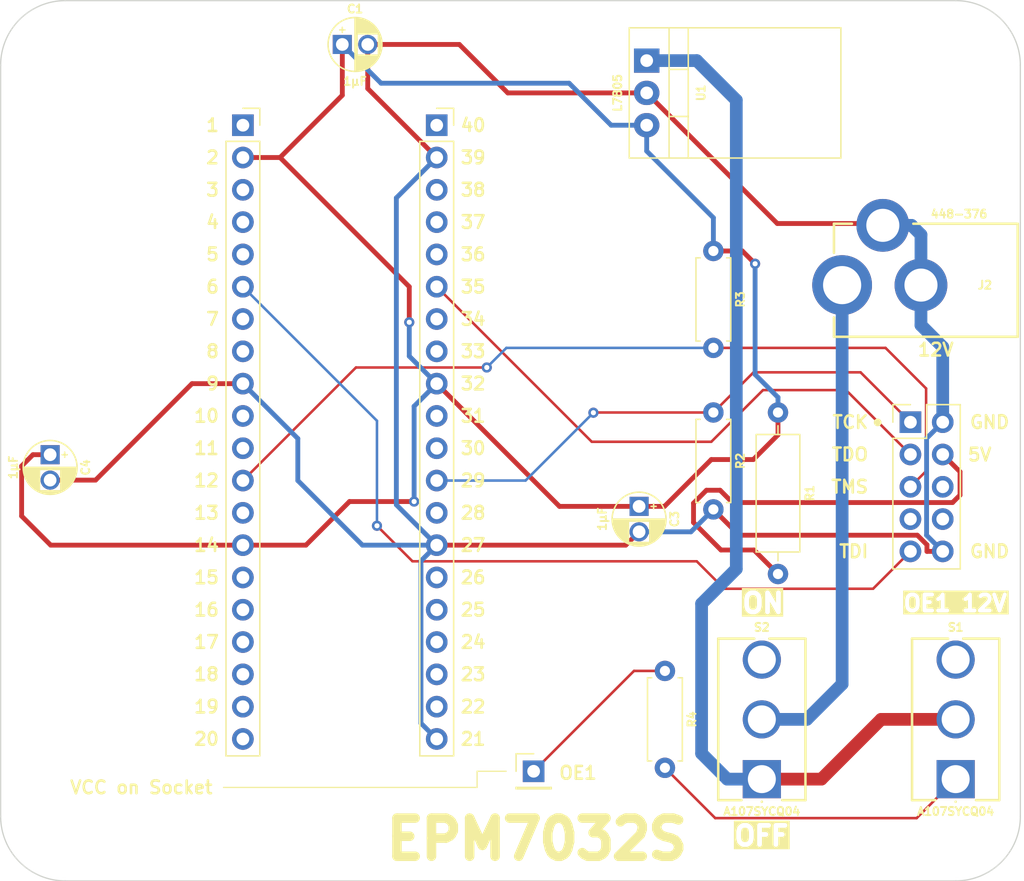
<source format=kicad_pcb>
(kicad_pcb (version 20241229) (generator "pcbnew") (generator_version "9.0")
  (title_block (title "EPM7160S") (date "2025-02-06") (rev "V1"))
  (layers (0 "F.Cu" signal) (2 "B.Cu" signal) (5 "F.SilkS" user "F.Silkscreen") (7 "B.SilkS" user "B.Silkscreen") (1 "F.Mask" user) (3 "B.Mask" user) (25 "Edge.Cuts" user))
  (net 0 "")
  (net 2 "/GND")
  (net 3 "/TMS")
  (net 4 "/TDO")
  (net 5 "/TDI")
  (net 6 "/TCK")
  (net 7 "/INPUT{slash}OE1")
  (net 10 "/5V")
  (net 11 "/12V Socket")
  (net 14 "Net-(J3-Pin_4)")
  (net 16 "/12V")
  (net 17 "Net-(S1-P1)")
  (footprint "SamacSys_Parts:CP_Radial_D4.0mm_P2.00mm" (layer "F.Cu") (at 10.356 -24.13)
    (property "Reference" "C1" (at 1 -2.794 0) (layer "F.SilkS") (effects (font (size 0.635 0.635))))
    (property "Value" "1μF" (at 1 2.8956 0) (layer "F.SilkS") (effects (font (size 0.635 0.635))))
    (pad "1" thru_hole rect (at 0 0) (size 1.5 1.5) (drill 1) (layers "*.Cu" "*.Mask") (net 10 "/5V"))
    (pad "2" thru_hole circle (at 2 0) (size 1.5 1.5) (drill 1) (layers "*.Cu" "*.Mask") (net 2 "/GND"))
  )
  (footprint "Resistor_THT:R_Axial_DIN0207_L6.3mm_D2.5mm_P7.62mm_Horizontal" (layer "F.Cu") (at 35.724 32.749 90)
    (property "Reference" "R4" (at 3.81 2.122 90) (layer "F.SilkS") (effects (font (size 0.635 0.635))))
    (property "Value" "2.2K")
    (pad "1" thru_hole circle (at 0 0 90) (size 1.6 1.6) (drill 0.8) (layers "*.Cu" "*.Mask") (net 17 "Net-(S1-P1)"))
    (pad "2" thru_hole circle (at 7.62 0 90) (size 1.6 1.6) (drill 0.8) (layers "*.Cu" "*.Mask") (net 7 "/INPUT{slash}OE1"))
  )
  (footprint "SamacSys_Parts:448376" (layer "F.Cu") (at 60.8838 -5.207)
    (property "Reference" "J2" (at 0 0 0) (layer "F.SilkS") (effects (font (size 0.635 0.635) (thickness 0.15) (bold yes))))
    (property "Value" "448-376" (at -2.032 -5.588 0) (layer "F.SilkS") (effects (font (size 0.635 0.635))))
    (pad "INNER" thru_hole circle (at -11.2268 0) (size 4.7 4.7) (drill 3) (layers "*.Cu" "*.Mask") (net 11 "/12V Socket"))
    (pad "SHL1" thru_hole circle (at -8.0268 -4.7) (size 4.15 4.15) (drill 2.6) (layers "*.Cu" "*.Mask") (net 2 "/GND"))
    (pad "SHL2" thru_hole circle (at -5.0268 0) (size 4.15 4.15) (drill 2.6) (layers "*.Cu" "*.Mask") (net 2 "/GND"))
  )
  (footprint "SamacSys_Parts:A107SYCQ04" (layer "F.Cu") (at 43.344 33.638)
    (property "Reference" "S2" (at 0 -11.938 0) (layer "F.SilkS") (effects (font (size 0.635 0.635) (thickness 0.15) (bold yes))))
    (property "Value" "A107SYCQ04" (at 0 2.54 0) (layer "F.SilkS") (effects (font (size 0.635 0.635))))
    (pad "1" thru_hole rect (at 0 0) (size 3 3) (drill 2.2) (layers "*.Cu" "*.Mask") (net 16 "/12V"))
    (pad "2" thru_hole circle (at 0 -4.699) (size 3 3) (drill 2.2) (layers "*.Cu" "*.Mask") (net 11 "/12V Socket"))
    (pad "3" thru_hole circle (at 0 -9.398) (size 3 3) (drill 2.2) (layers "*.Cu" "*.Mask"))
  )
  (footprint "SamacSys_Parts:TO-220-3_Vertical" (layer "F.Cu") (at 34.29 -22.86 -90)
    (property "Reference" "U1" (at 2.54 -4.27 270) (layer "F.SilkS") (effects (font (size 0.635 0.635) (thickness 0.15) (bold yes))))
    (property "Value" "L7805" (at 2.54 2.286 270) (layer "F.SilkS") (effects (font (size 0.635 0.635))))
    (pad "1" thru_hole rect (at 0 0 270) (size 1.905 2) (drill 1) (layers "*.Cu" "*.Mask") (net 16 "/12V"))
    (pad "2" thru_hole oval (at 2.54 0 270) (size 1.905 2) (drill 1) (layers "*.Cu" "*.Mask") (net 2 "/GND"))
    (pad "3" thru_hole oval (at 5.08 0 270) (size 1.905 2) (drill 1) (layers "*.Cu" "*.Mask") (net 10 "/5V"))
  )
  (footprint "Resistor_THT:R_Axial_DIN0309_L9.0mm_D3.2mm_P12.70mm_Horizontal" (layer "F.Cu") (at 44.614 17.509 90)
    (property "Reference" "R1" (at 6.35 2.503 90) (layer "F.SilkS") (effects (font (size 0.635 0.635))))
    (property "Value" "220")
    (pad "1" thru_hole circle (at 0 0 90) (size 1.6 1.6) (drill 0.8) (layers "*.Cu" "*.Mask") (net 14 "Net-(J3-Pin_4)"))
    (pad "2" thru_hole circle (at 12.7 0 90) (size 1.6 1.6) (drill 0.8) (layers "*.Cu" "*.Mask") (net 10 "/5V"))
  )
  (footprint "Connector_PinSocket_2.54mm:PinSocket_1x20_P2.54mm_Vertical" (layer "F.Cu") (at 2.54 -17.78)
    (property "Reference" "J1" (hide yes))
    (property "Value" "Conn_01x20_Socket")
    (pad "1" thru_hole rect (at 0 0) (size 1.7 1.7) (drill 1) (layers "*.Cu" "*.Mask"))
    (pad "2" thru_hole circle (at 0 2.54) (size 1.7 1.7) (drill 1) (layers "*.Cu" "*.Mask") (net 10 "/5V"))
    (pad "3" thru_hole circle (at 0 5.08) (size 1.7 1.7) (drill 1) (layers "*.Cu" "*.Mask"))
    (pad "4" thru_hole circle (at 0 7.62) (size 1.7 1.7) (drill 1) (layers "*.Cu" "*.Mask"))
    (pad "5" thru_hole circle (at 0 10.16) (size 1.7 1.7) (drill 1) (layers "*.Cu" "*.Mask"))
    (pad "6" thru_hole circle (at 0 12.7) (size 1.7 1.7) (drill 1) (layers "*.Cu" "*.Mask") (net 5 "/TDI"))
    (pad "7" thru_hole circle (at 0 15.24) (size 1.7 1.7) (drill 1) (layers "*.Cu" "*.Mask"))
    (pad "8" thru_hole circle (at 0 17.78) (size 1.7 1.7) (drill 1) (layers "*.Cu" "*.Mask"))
    (pad "9" thru_hole circle (at 0 20.32) (size 1.7 1.7) (drill 1) (layers "*.Cu" "*.Mask") (net 2 "/GND"))
    (pad "10" thru_hole circle (at 0 22.86) (size 1.7 1.7) (drill 1) (layers "*.Cu" "*.Mask"))
    (pad "11" thru_hole circle (at 0 25.4) (size 1.7 1.7) (drill 1) (layers "*.Cu" "*.Mask"))
    (pad "12" thru_hole circle (at 0 27.94) (size 1.7 1.7) (drill 1) (layers "*.Cu" "*.Mask") (net 3 "/TMS"))
    (pad "13" thru_hole circle (at 0 30.48) (size 1.7 1.7) (drill 1) (layers "*.Cu" "*.Mask"))
    (pad "14" thru_hole circle (at 0 33.02) (size 1.7 1.7) (drill 1) (layers "*.Cu" "*.Mask") (net 10 "/5V"))
    (pad "15" thru_hole circle (at 0 35.56) (size 1.7 1.7) (drill 1) (layers "*.Cu" "*.Mask"))
    (pad "16" thru_hole circle (at 0 38.1) (size 1.7 1.7) (drill 1) (layers "*.Cu" "*.Mask"))
    (pad "17" thru_hole circle (at 0 40.64) (size 1.7 1.7) (drill 1) (layers "*.Cu" "*.Mask"))
    (pad "18" thru_hole circle (at 0 43.18) (size 1.7 1.7) (drill 1) (layers "*.Cu" "*.Mask"))
    (pad "19" thru_hole circle (at 0 45.72) (size 1.7 1.7) (drill 1) (layers "*.Cu" "*.Mask"))
    (pad "20" thru_hole circle (at 0 48.26) (size 1.7 1.7) (drill 1) (layers "*.Cu" "*.Mask"))
  )
  (footprint "SamacSys_Parts:CP_Radial_D4.0mm_P2.00mm" (layer "F.Cu") (at 33.692 12.191 -90)
    (property "Reference" "C3" (at 1 -2.794 90) (layer "F.SilkS") (effects (font (size 0.635 0.635))))
    (property "Value" "1μF" (at 1 2.8956 90) (layer "F.SilkS") (effects (font (size 0.635 0.635))))
    (pad "1" thru_hole rect (at 0 0 270) (size 1.5 1.5) (drill 1) (layers "*.Cu" "*.Mask") (net 10 "/5V"))
    (pad "2" thru_hole circle (at 2 0 270) (size 1.5 1.5) (drill 1) (layers "*.Cu" "*.Mask") (net 2 "/GND"))
  )
  (footprint "Connector_PinHeader_2.54mm:PinHeader_2x05_P2.54mm_Vertical" (layer "F.Cu") (at 55.028 5.571)
    (property "Reference" "J3" (hide yes))
    (property "Value" "Conn_02x05_Counter_Clockwise")
    (pad "1" thru_hole rect (at 0 0) (size 1.7 1.7) (drill 1) (layers "*.Cu" "*.Mask") (net 6 "/TCK"))
    (pad "2" thru_hole circle (at 2.54 0) (size 1.7 1.7) (drill 1) (layers "*.Cu" "*.Mask") (net 2 "/GND"))
    (pad "3" thru_hole circle (at 0 2.54) (size 1.7 1.7) (drill 1) (layers "*.Cu" "*.Mask") (net 4 "/TDO"))
    (pad "4" thru_hole circle (at 2.54 2.54) (size 1.7 1.7) (drill 1) (layers "*.Cu" "*.Mask") (net 14 "Net-(J3-Pin_4)"))
    (pad "5" thru_hole circle (at 0 5.08) (size 1.7 1.7) (drill 1) (layers "*.Cu" "*.Mask") (net 3 "/TMS"))
    (pad "6" thru_hole circle (at 2.54 5.08) (size 1.7 1.7) (drill 1) (layers "*.Cu" "*.Mask"))
    (pad "7" thru_hole circle (at 0 7.62) (size 1.7 1.7) (drill 1) (layers "*.Cu" "*.Mask"))
    (pad "8" thru_hole circle (at 2.54 7.62) (size 1.7 1.7) (drill 1) (layers "*.Cu" "*.Mask"))
    (pad "9" thru_hole circle (at 0 10.16) (size 1.7 1.7) (drill 1) (layers "*.Cu" "*.Mask") (net 5 "/TDI"))
    (pad "10" thru_hole circle (at 2.54 10.16) (size 1.7 1.7) (drill 1) (layers "*.Cu" "*.Mask") (net 2 "/GND"))
  )
  (footprint "Resistor_THT:R_Axial_DIN0207_L6.3mm_D2.5mm_P7.62mm_Horizontal" (layer "F.Cu") (at 39.534 12.429 90)
    (property "Reference" "R2" (at 3.81 2.122 90) (layer "F.SilkS") (effects (font (size 0.635 0.635))))
    (property "Value" "1.0K")
    (pad "1" thru_hole circle (at 0 0 90) (size 1.6 1.6) (drill 0.8) (layers "*.Cu" "*.Mask") (net 2 "/GND"))
    (pad "2" thru_hole circle (at 7.62 0 90) (size 1.6 1.6) (drill 0.8) (layers "*.Cu" "*.Mask") (net 6 "/TCK"))
  )
  (footprint "Resistor_THT:R_Axial_DIN0207_L6.3mm_D2.5mm_P7.62mm_Horizontal" (layer "F.Cu") (at 39.534 -7.891 -90)
    (property "Reference" "R3" (at 3.81 -2.122 270) (layer "F.SilkS") (effects (font (size 0.635 0.635))))
    (property "Value" "10K")
    (pad "1" thru_hole circle (at 0 0 270) (size 1.6 1.6) (drill 0.8) (layers "*.Cu" "*.Mask") (net 10 "/5V"))
    (pad "2" thru_hole circle (at 7.62 0 270) (size 1.6 1.6) (drill 0.8) (layers "*.Cu" "*.Mask") (net 3 "/TMS"))
  )
  (footprint "Connector_PinHeader_2.54mm:PinHeader_1x01_P2.54mm_Vertical" (layer "F.Cu") (at 25.4 33.02)
    (property "Reference" "J5" (hide yes))
    (property "Value" "Conn_01x01_Pin")
    (pad "1" thru_hole rect (at 0 0) (size 1.7 1.7) (drill 1) (layers "*.Cu" "*.Mask") (net 7 "/INPUT{slash}OE1"))
  )
  (footprint "SamacSys_Parts:A107SYCQ04" (layer "F.Cu") (at 58.584 33.638)
    (property "Reference" "S1" (at 0 -11.938 0) (layer "F.SilkS") (effects (font (size 0.635 0.635) (thickness 0.15) (bold yes))))
    (property "Value" "A107SYCQ04" (at 0 2.54 0) (layer "F.SilkS") (effects (font (size 0.635 0.635))))
    (pad "1" thru_hole rect (at 0 0) (size 3 3) (drill 2.2) (layers "*.Cu" "*.Mask") (net 17 "Net-(S1-P1)"))
    (pad "2" thru_hole circle (at 0 -4.699) (size 3 3) (drill 2.2) (layers "*.Cu" "*.Mask") (net 16 "/12V"))
    (pad "3" thru_hole circle (at 0 -9.398) (size 3 3) (drill 2.2) (layers "*.Cu" "*.Mask"))
  )
  (footprint "Connector_PinSocket_2.54mm:PinSocket_1x20_P2.54mm_Vertical" (layer "F.Cu") (at 17.78 -17.78)
    (property "Reference" "J4" (hide yes))
    (property "Value" "Conn_01x20_Socket")
    (pad "1" thru_hole rect (at 0 0) (size 1.7 1.7) (drill 1) (layers "*.Cu" "*.Mask"))
    (pad "2" thru_hole circle (at 0 2.54) (size 1.7 1.7) (drill 1) (layers "*.Cu" "*.Mask") (net 2 "/GND"))
    (pad "3" thru_hole circle (at 0 5.08) (size 1.7 1.7) (drill 1) (layers "*.Cu" "*.Mask"))
    (pad "4" thru_hole circle (at 0 7.62) (size 1.7 1.7) (drill 1) (layers "*.Cu" "*.Mask"))
    (pad "5" thru_hole circle (at 0 10.16) (size 1.7 1.7) (drill 1) (layers "*.Cu" "*.Mask"))
    (pad "6" thru_hole circle (at 0 12.7) (size 1.7 1.7) (drill 1) (layers "*.Cu" "*.Mask") (net 4 "/TDO"))
    (pad "7" thru_hole circle (at 0 15.24) (size 1.7 1.7) (drill 1) (layers "*.Cu" "*.Mask"))
    (pad "8" thru_hole circle (at 0 17.78) (size 1.7 1.7) (drill 1) (layers "*.Cu" "*.Mask"))
    (pad "9" thru_hole circle (at 0 20.32) (size 1.7 1.7) (drill 1) (layers "*.Cu" "*.Mask") (net 10 "/5V"))
    (pad "10" thru_hole circle (at 0 22.86) (size 1.7 1.7) (drill 1) (layers "*.Cu" "*.Mask"))
    (pad "11" thru_hole circle (at 0 25.4) (size 1.7 1.7) (drill 1) (layers "*.Cu" "*.Mask"))
    (pad "12" thru_hole circle (at 0 27.94) (size 1.7 1.7) (drill 1) (layers "*.Cu" "*.Mask") (net 6 "/TCK"))
    (pad "13" thru_hole circle (at 0 30.48) (size 1.7 1.7) (drill 1) (layers "*.Cu" "*.Mask"))
    (pad "14" thru_hole circle (at 0 33.02) (size 1.7 1.7) (drill 1) (layers "*.Cu" "*.Mask") (net 2 "/GND"))
    (pad "15" thru_hole circle (at 0 35.56) (size 1.7 1.7) (drill 1) (layers "*.Cu" "*.Mask"))
    (pad "16" thru_hole circle (at 0 38.1) (size 1.7 1.7) (drill 1) (layers "*.Cu" "*.Mask"))
    (pad "17" thru_hole circle (at 0 40.64) (size 1.7 1.7) (drill 1) (layers "*.Cu" "*.Mask"))
    (pad "18" thru_hole circle (at 0 43.18) (size 1.7 1.7) (drill 1) (layers "*.Cu" "*.Mask"))
    (pad "19" thru_hole circle (at 0 45.72) (size 1.7 1.7) (drill 1) (layers "*.Cu" "*.Mask"))
    (pad "20" thru_hole circle (at 0 48.26) (size 1.7 1.7) (drill 1) (layers "*.Cu" "*.Mask") (net 2 "/GND"))
  )
  (footprint "SamacSys_Parts:CP_Radial_D4.0mm_P2.00mm" (layer "F.Cu") (at -12.6185 8.127 -90)
    (property "Reference" "C4" (at 1 -2.794 90) (layer "F.SilkS") (effects (font (size 0.635 0.635))))
    (property "Value" "1μF" (at 1 2.8956 90) (layer "F.SilkS") (effects (font (size 0.635 0.635))))
    (pad "1" thru_hole rect (at 0 0 270) (size 1.5 1.5) (drill 1) (layers "*.Cu" "*.Mask") (net 10 "/5V"))
    (pad "2" thru_hole circle (at 2 0 270) (size 1.5 1.5) (drill 1) (layers "*.Cu" "*.Mask") (net 2 "/GND"))
  )
  (gr_line (start 23.241 33.02) (end 20.955 33.02) (stroke (width 0.1)) (layer "F.SilkS"))
  (gr_line (start 20.955 34.29) (end 1.016 34.29) (stroke (width 0.1)) (layer "F.SilkS"))
  (gr_circle (center 52.451 5.588) (end 52.705 5.588) (stroke (width 0.1)) (fill yes) (layer "F.SilkS"))
  (gr_line (start 20.955 33.02) (end 20.955 34.29) (stroke (width 0.1)) (layer "F.SilkS"))
  (gr_arc (start 58.592 -27.576) (mid 62.184102 -26.088102) (end 63.672 -22.496) (stroke (width 0.1)) (layer "Edge.Cuts"))
  (gr_line (start 63.672 36.559) (end 63.672 -22.496) (stroke (width 0.1)) (layer "Edge.Cuts"))
  (gr_arc (start -11.43 41.639) (mid -15.022102 40.151102) (end -16.51 36.559) (stroke (width 0.1)) (layer "Edge.Cuts"))
  (gr_line (start 58.592 -27.576) (end -11.43 -27.576) (stroke (width 0.1)) (layer "Edge.Cuts"))
  (gr_arc (start 63.672 36.559) (mid 62.184102 40.151102) (end 58.592 41.639) (stroke (width 0.1)) (layer "Edge.Cuts"))
  (gr_arc (start -16.51 -22.496) (mid -15.022102 -26.088102) (end -11.43 -27.576) (stroke (width 0.1)) (layer "Edge.Cuts"))
  (gr_line (start -11.43 41.639) (end 58.592 41.639) (stroke (width 0.1)) (layer "Edge.Cuts"))
  (gr_line (start -16.51 36.559) (end -16.51 -22.496) (stroke (width 0.1)) (layer "Edge.Cuts"))
  (gr_text "32" (at 19.558 2.54 0) (layer "F.SilkS") (effects (font (size 1 1) (thickness 0.2) (bold yes)) (justify left)))
  (gr_text "30" (at 19.558 7.62 0) (layer "F.SilkS") (effects (font (size 1 1) (thickness 0.2) (bold yes)) (justify left)))
  (gr_text "16" (at 0.762 20.32 0) (layer "F.SilkS") (effects (font (size 1 1) (thickness 0.2) (bold yes)) (justify right)))
  (gr_text "6" (at 0.762 -5.08 0) (layer "F.SilkS") (effects (font (size 1 1) (thickness 0.2) (bold yes)) (justify right)))
  (gr_text "29" (at 19.558 10.16 0) (layer "F.SilkS") (effects (font (size 1 1) (thickness 0.2) (bold yes)) (justify left)))
  (gr_text "24" (at 19.558 22.86 0) (layer "F.SilkS") (effects (font (size 1 1) (thickness 0.2) (bold yes)) (justify left)))
  (gr_text "26" (at 19.558 17.78 0) (layer "F.SilkS") (effects (font (size 1 1) (thickness 0.2) (bold yes)) (justify left)))
  (gr_text "15" (at 0.762 17.78 0) (layer "F.SilkS") (effects (font (size 1 1) (thickness 0.2) (bold yes)) (justify right)))
  (gr_text "OFF" (at 43.307 38.1 0) (layer "F.SilkS" knockout) (effects (font (size 1.5 1.5) (thickness 0.375) (bold yes))))
  (gr_text "19" (at 0.762 27.94 0) (layer "F.SilkS") (effects (font (size 1 1) (thickness 0.2) (bold yes)) (justify right)))
  (gr_text "21" (at 19.558 30.48 0) (layer "F.SilkS") (effects (font (size 1 1) (thickness 0.2) (bold yes)) (justify left)))
  (gr_text "7" (at 0.762 -2.54 0) (layer "F.SilkS") (effects (font (size 1 1) (thickness 0.2) (bold yes)) (justify right)))
  (gr_text "22" (at 19.558 27.94 0) (layer "F.SilkS") (effects (font (size 1 1) (thickness 0.2) (bold yes)) (justify left)))
  (gr_text "OE1 12V" (at 58.547 19.812 0) (layer "F.SilkS" knockout) (effects (font (size 1.25 1.25) (thickness 0.3125) (bold yes))))
  (gr_text "40" (at 19.558 -17.78 0) (layer "F.SilkS") (effects (font (size 1 1) (thickness 0.2) (bold yes)) (justify left)))
  (gr_text "10" (at 0.762 5.08 0) (layer "F.SilkS") (effects (font (size 1 1) (thickness 0.2) (bold yes)) (justify right)))
  (gr_text "5" (at 0.762 -7.62 0) (layer "F.SilkS") (effects (font (size 1 1) (thickness 0.2) (bold yes)) (justify right)))
  (gr_text "13" (at 0.762 12.7 0) (layer "F.SilkS") (effects (font (size 1 1) (thickness 0.2) (bold yes)) (justify right)))
  (gr_text "34" (at 19.558 -2.54 0) (layer "F.SilkS") (effects (font (size 1 1) (thickness 0.2) (bold yes)) (justify left)))
  (gr_text "12" (at 0.762 10.16 0) (layer "F.SilkS") (effects (font (size 1 1) (thickness 0.2) (bold yes)) (justify right)))
  (gr_text "25" (at 19.558 20.32 0) (layer "F.SilkS") (effects (font (size 1 1) (thickness 0.2) (bold yes)) (justify left)))
  (gr_text "35" (at 19.558 -5.08 0) (layer "F.SilkS") (effects (font (size 1 1) (thickness 0.2) (bold yes)) (justify left)))
  (gr_text "4" (at 0.762 -10.16 0) (layer "F.SilkS") (effects (font (size 1 1) (thickness 0.2) (bold yes)) (justify right)))
  (gr_text "2" (at 0.762 -15.24 0) (layer "F.SilkS") (effects (font (size 1 1) (thickness 0.2) (bold yes)) (justify right)))
  (gr_text "EPM7032S" (at 25.654 38.354 0) (layer "F.SilkS") (effects (font (size 3 3) (thickness 0.75) (bold yes))))
  (gr_text "3" (at 0.762 -12.7 0) (layer "F.SilkS") (effects (font (size 1 1) (thickness 0.2) (bold yes)) (justify right)))
  (gr_text "12V" (at 57.023 -0.127 0) (layer "F.SilkS") (effects (font (size 1 1) (thickness 0.2) (bold yes))))
  (gr_text "TDI" (at 51.816 15.731 0) (layer "F.SilkS") (effects (font (size 1 1) (thickness 0.2) (bold yes)) (justify right)))
  (gr_text "37" (at 19.558 -10.16 0) (layer "F.SilkS") (effects (font (size 1 1) (thickness 0.2) (bold yes)) (justify left)))
  (gr_text "OE1" (at 27.305 33.147 0) (layer "F.SilkS") (effects (font (size 1 1) (thickness 0.2) (bold yes)) (justify left)))
  (gr_text "VCC on Socket" (at 0.254 34.29 0) (layer "F.SilkS") (effects (font (size 1 1) (thickness 0.2) (bold yes)) (justify right)))
  (gr_text "33" (at 19.558 0 0) (layer "F.SilkS") (effects (font (size 1 1) (thickness 0.2) (bold yes)) (justify left)))
  (gr_text "5V" (at 59.436 8.128 0) (layer "F.SilkS") (effects (font (size 1 1) (thickness 0.2) (bold yes)) (justify left)))
  (gr_text "27" (at 19.558 15.24 0) (layer "F.SilkS") (effects (font (size 1 1) (thickness 0.2) (bold yes)) (justify left)))
  (gr_text "GND" (at 59.600001 5.571 0) (layer "F.SilkS") (effects (font (size 1 1) (thickness 0.2) (bold yes)) (justify left)))
  (gr_text "31" (at 19.558 5.08 0) (layer "F.SilkS") (effects (font (size 1 1) (thickness 0.2) (bold yes)) (justify left)))
  (gr_text "14" (at 0.762 15.24 0) (layer "F.SilkS") (effects (font (size 1 1) (thickness 0.2) (bold yes)) (justify right)))
  (gr_text "8" (at 0.762 0 0) (layer "F.SilkS") (effects (font (size 1 1) (thickness 0.2) (bold yes)) (justify right)))
  (gr_text "17" (at 0.762 22.86 0) (layer "F.SilkS") (effects (font (size 1 1) (thickness 0.2) (bold yes)) (justify right)))
  (gr_text "36" (at 19.558 -7.62 0) (layer "F.SilkS") (effects (font (size 1 1) (thickness 0.2) (bold yes)) (justify left)))
  (gr_text "TMS" (at 51.816 10.651 0) (layer "F.SilkS") (effects (font (size 1 1) (thickness 0.2) (bold yes)) (justify right)))
  (gr_text "TCK" (at 51.816 5.571 0) (layer "F.SilkS") (effects (font (size 1 1) (thickness 0.2) (bold yes)) (justify right)))
  (gr_text "38" (at 19.558 -12.7 0) (layer "F.SilkS") (effects (font (size 1 1) (thickness 0.2) (bold yes)) (justify left)))
  (gr_text "1" (at 0.762 -17.78 0) (layer "F.SilkS") (effects (font (size 1 1) (thickness 0.2) (bold yes)) (justify right)))
  (gr_text "ON" (at 43.434 19.812 0) (layer "F.SilkS" knockout) (effects (font (size 1.5 1.5) (thickness 0.375) (bold yes))))
  (gr_text "18" (at 0.762 25.4 0) (layer "F.SilkS") (effects (font (size 1 1) (thickness 0.2) (bold yes)) (justify right)))
  (gr_text "28" (at 19.558 12.7 0) (layer "F.SilkS") (effects (font (size 1 1) (thickness 0.2) (bold yes)) (justify left)))
  (gr_text "20" (at 0.762 30.48 0) (layer "F.SilkS") (effects (font (size 1 1) (thickness 0.2) (bold yes)) (justify right)))
  (gr_text "9" (at 0.762 2.54 0) (layer "F.SilkS") (effects (font (size 1 1) (thickness 0.2) (bold yes)) (justify right)))
  (gr_text "11" (at 0.762 7.62 0) (layer "F.SilkS") (effects (font (size 1 1) (thickness 0.2) (bold yes)) (justify right)))
  (gr_text "39" (at 19.558 -15.24 0) (layer "F.SilkS") (effects (font (size 1 1) (thickness 0.2) (bold yes)) (justify left)))
  (gr_text "TDO" (at 51.816 8.111 0) (layer "F.SilkS") (effects (font (size 1 1) (thickness 0.2) (bold yes)) (justify right)))
  (gr_text "23" (at 19.558 25.4 0) (layer "F.SilkS") (effects (font (size 1 1) (thickness 0.2) (bold yes)) (justify left)))
  (gr_text "GND" (at 59.600001 15.731 0) (layer "F.SilkS") (effects (font (size 1 1) (thickness 0.2) (bold yes)) (justify left)))
  (segment (start 23.368 -20.32) (end 19.558 -24.13) (width 0.38) (layer "F.Cu") (net 2))
  (segment (start 12.356 -24.13) (end 12.356 -20.664) (width 0.38) (layer "F.Cu") (net 2))
  (segment (start 41.5645 14.4595) (end 39.534 12.429) (width 0.38) (layer "F.Cu") (net 2))
  (segment (start 34.29 -20.32) (end 44.559 -10.051) (width 0.38) (layer "F.Cu") (net 2))
  (segment (start 56.3263 15.731) (end 56.3263 15.212) (width 0.38) (layer "F.Cu") (net 2))
  (segment (start 32.643 15.24) (end 33.692 14.191) (width 0.38) (layer "F.Cu") (net 2))
  (segment (start 44.559 -10.051) (end 52.536 -10.051) (width 0.38) (layer "F.Cu") (net 2))
  (segment (start 34.29 -20.32) (end 23.368 -20.32) (width 0.38) (layer "F.Cu") (net 2))
  (segment (start 2.54 2.54) (end -1.4605 2.54) (width 0.38) (layer "F.Cu") (net 2))
  (segment (start -1.4605 2.54) (end -9.0475 10.127) (width 0.38) (layer "F.Cu") (net 2))
  (segment (start 57.568 15.731) (end 56.3263 15.731) (width 0.38) (layer "F.Cu") (net 2))
  (segment (start -9.0475 10.127) (end -12.6185 10.127) (width 0.38) (layer "F.Cu") (net 2))
  (segment (start 17.78 15.24) (end 32.643 15.24) (width 0.38) (layer "F.Cu") (net 2))
  (segment (start 56.3263 15.212) (end 55.5738 14.4595) (width 0.38) (layer "F.Cu") (net 2))
  (segment (start 19.558 -24.13) (end 12.356 -24.13) (width 0.38) (layer "F.Cu") (net 2))
  (segment (start 12.356 -20.664) (end 17.78 -15.24) (width 0.38) (layer "F.Cu") (net 2))
  (segment (start 55.5738 14.4595) (end 41.5645 14.4595) (width 0.38) (layer "F.Cu") (net 2))
  (segment (start 17.78 -15.24) (end 14.605 -12.065) (width 0.38) (layer "B.Cu") (net 2))
  (segment (start 55.857 -9.167) (end 55.117 -9.907) (width 1) (layer "B.Cu") (net 2))
  (segment (start 2.54 2.54) (end 6.858 6.858) (width 0.38) (layer "B.Cu") (net 2))
  (segment (start 55.857 -5.207) (end 55.857 -9.167) (width 1) (layer "B.Cu") (net 2))
  (segment (start 6.858 10.16) (end 11.938 15.24) (width 0.38) (layer "B.Cu") (net 2))
  (segment (start 33.692 14.191) (end 37.772 14.191) (width 0.38) (layer "B.Cu") (net 2))
  (segment (start 55.857 -5.207) (end 55.857 -2.055) (width 1) (layer "B.Cu") (net 2))
  (segment (start 57.568 15.731) (end 56.298 14.461) (width 0.38) (layer "B.Cu") (net 2))
  (segment (start 56.298 14.461) (end 56.298 6.841) (width 0.38) (layer "B.Cu") (net 2))
  (segment (start 57.568 -0.344) (end 57.568 5.571) (width 1) (layer "B.Cu") (net 2))
  (segment (start 56.298 6.841) (end 57.568 5.571) (width 0.38) (layer "B.Cu") (net 2))
  (segment (start 11.938 15.24) (end 17.78 15.24) (width 0.38) (layer "B.Cu") (net 2))
  (segment (start 55.117 -9.907) (end 52.857 -9.907) (width 1) (layer "B.Cu") (net 2))
  (segment (start 6.858 6.858) (end 6.858 10.16) (width 0.38) (layer "B.Cu") (net 2))
  (segment (start 16.54 29.24) (end 17.78 30.48) (width 0.38) (layer "B.Cu") (net 2))
  (segment (start 55.857 -2.055) (end 57.568 -0.344) (width 1) (layer "B.Cu") (net 2))
  (segment (start 17.78 15.24) (end 16.54 16.48) (width 0.38) (layer "B.Cu") (net 2))
  (segment (start 37.772 14.191) (end 39.534 12.429) (width 0.38) (layer "B.Cu") (net 2))
  (segment (start 14.605 -12.065) (end 14.605 12.065) (width 0.38) (layer "B.Cu") (net 2))
  (segment (start 16.54 16.48) (end 16.54 29.24) (width 0.38) (layer "B.Cu") (net 2))
  (segment (start 14.605 12.065) (end 17.78 15.24) (width 0.38) (layer "B.Cu") (net 2))
  (segment (start 11.43 1.27) (end 21.717 1.27) (width 0.2) (layer "F.Cu") (net 3))
  (segment (start 56.261 9.418) (end 55.028 10.651) (width 0.2) (layer "F.Cu") (net 3))
  (segment (start 2.54 10.16) (end 11.43 1.27) (width 0.2) (layer "F.Cu") (net 3))
  (segment (start 39.534 -0.271) (end 53.069 -0.271) (width 0.2) (layer "F.Cu") (net 3))
  (segment (start 56.261 2.921) (end 56.261 9.418) (width 0.2) (layer "F.Cu") (net 3))
  (segment (start 53.069 -0.271) (end 56.261 2.921) (width 0.2) (layer "F.Cu") (net 3))
  (via (at 21.717 1.27) (size 0.8) (drill 0.4) (layers "F.Cu" "B.Cu") (net 3))
  (segment (start 39.534 -0.271) (end 23.258 -0.271) (width 0.2) (layer "B.Cu") (net 3))
  (segment (start 23.258 -0.271) (end 21.717 1.27) (width 0.2) (layer "B.Cu") (net 3))
  (segment (start 49.965 3.048) (end 43.434 3.048) (width 0.2) (layer "F.Cu") (net 4))
  (segment (start 43.434 3.048) (end 39.37 7.112) (width 0.2) (layer "F.Cu") (net 4))
  (segment (start 55.028 8.111) (end 49.965 3.048) (width 0.2) (layer "F.Cu") (net 4))
  (segment (start 29.972 7.112) (end 17.78 -5.08) (width 0.2) (layer "F.Cu") (net 4))
  (segment (start 39.37 7.112) (end 29.972 7.112) (width 0.2) (layer "F.Cu") (net 4))
  (segment (start 38.227 16.51) (end 15.875006 16.51) (width 0.2) (layer "F.Cu") (net 5))
  (segment (start 15.875006 16.51) (end 13.081 13.715994) (width 0.2) (layer "F.Cu") (net 5))
  (segment (start 55.028 15.731) (end 52.09 18.669) (width 0.2) (layer "F.Cu") (net 5))
  (segment (start 52.09 18.669) (end 40.386 18.669) (width 0.2) (layer "F.Cu") (net 5))
  (segment (start 40.386 18.669) (end 38.227 16.51) (width 0.2) (layer "F.Cu") (net 5))
  (via (at 13.081 13.715994) (size 0.8) (drill 0.4) (layers "F.Cu" "B.Cu") (net 5))
  (segment (start 13.081 5.461) (end 13.081 13.715994) (width 0.2) (layer "B.Cu") (net 5))
  (segment (start 2.54 -5.08) (end 13.081 5.461) (width 0.2) (layer "B.Cu") (net 5))
  (segment (start 55.028 5.571) (end 51.108 1.651) (width 0.2) (layer "F.Cu") (net 6))
  (segment (start 42.692 1.651) (end 39.534 4.809) (width 0.2) (layer "F.Cu") (net 6))
  (segment (start 39.534 4.809) (end 30.116 4.809) (width 0.2) (layer "F.Cu") (net 6))
  (segment (start 51.108 1.651) (end 42.692 1.651) (width 0.2) (layer "F.Cu") (net 6))
  (segment (start 30.116 4.809) (end 30.098998 4.826002) (width 0.2) (layer "F.Cu") (net 6))
  (via (at 30.098998 4.826002) (size 0.8) (drill 0.4) (layers "F.Cu" "B.Cu") (net 6))
  (segment (start 24.765 10.16) (end 30.098998 4.826002) (width 0.2) (layer "B.Cu") (net 6))
  (segment (start 17.78 10.16) (end 24.765 10.16) (width 0.2) (layer "B.Cu") (net 6))
  (segment (start 35.724 25.129) (end 33.291 25.129) (width 0.2) (layer "F.Cu") (net 7))
  (segment (start 33.291 25.129) (end 25.4 33.02) (width 0.2) (layer "F.Cu") (net 7))
  (segment (start 7.493 15.24) (end 2.54 15.24) (width 0.38) (layer "F.Cu") (net 10))
  (segment (start -12.6185 8.127) (end -13.969 8.127) (width 0.38) (layer "F.Cu") (net 10))
  (segment (start 27.431 12.191) (end 17.78 2.54) (width 0.38) (layer "F.Cu") (net 10))
  (segment (start -14.859 9.017) (end -14.859 12.954) (width 0.38) (layer "F.Cu") (net 10))
  (segment (start 41.8103 -7.891) (end 42.8139 -6.8874) (width 0.38) (layer "F.Cu") (net 10))
  (segment (start 33.692 12.191) (end 27.431 12.191) (width 0.38) (layer "F.Cu") (net 10))
  (segment (start 5.461 -15.24) (end 2.54 -15.24) (width 0.38) (layer "F.Cu") (net 10))
  (segment (start 39.534 -7.891) (end 41.8103 -7.891) (width 0.38) (layer "F.Cu") (net 10))
  (segment (start 5.461 -15.24) (end 15.621 -5.08) (width 0.38) (layer "F.Cu") (net 10))
  (segment (start 39.37 8.509) (end 35.688 12.191) (width 0.38) (layer "F.Cu") (net 10))
  (segment (start 44.614 4.809) (end 44.614 6.567) (width 0.38) (layer "F.Cu") (net 10))
  (segment (start 10.922 11.811) (end 7.493 15.24) (width 0.38) (layer "F.Cu") (net 10))
  (segment (start 44.614 6.567) (end 42.672 8.509) (width 0.38) (layer "F.Cu") (net 10))
  (segment (start -12.573 15.24) (end 2.54 15.24) (width 0.38) (layer "F.Cu") (net 10))
  (segment (start -13.969 8.127) (end -14.859 9.017) (width 0.38) (layer "F.Cu") (net 10))
  (segment (start 16.002 11.811) (end 10.922 11.811) (width 0.38) (layer "F.Cu") (net 10))
  (segment (start 15.621 -5.08) (end 15.621 -2.286) (width 0.38) (layer "F.Cu") (net 10))
  (segment (start 10.356 -20.135) (end 5.461 -15.24) (width 0.38) (layer "F.Cu") (net 10))
  (segment (start 10.356 -24.13) (end 10.356 -20.135) (width 0.38) (layer "F.Cu") (net 10))
  (segment (start 42.672 8.509) (end 39.37 8.509) (width 0.38) (layer "F.Cu") (net 10))
  (segment (start 35.688 12.191) (end 33.692 12.191) (width 0.38) (layer "F.Cu") (net 10))
  (segment (start -14.859 12.954) (end -12.573 15.24) (width 0.38) (layer "F.Cu") (net 10))
  (via (at 42.8139 -6.8874) (size 0.8) (drill 0.4) (layers "F.Cu" "B.Cu") (net 10))
  (via (at 16.002 11.811) (size 0.8) (drill 0.4) (layers "F.Cu" "B.Cu") (net 10))
  (via (at 15.621 -2.286) (size 0.8) (drill 0.4) (layers "F.Cu" "B.Cu") (net 10))
  (segment (start 13.404 -21.082) (end 10.356 -24.13) (width 0.38) (layer "B.Cu") (net 10))
  (segment (start 15.621 0.381) (end 15.621 -2.286) (width 0.38) (layer "B.Cu") (net 10))
  (segment (start 39.534 -10.504) (end 39.534 -7.891) (width 0.38) (layer "B.Cu") (net 10))
  (segment (start 16.002 4.318) (end 16.002 11.811) (width 0.38) (layer "B.Cu") (net 10))
  (segment (start 44.614 4.2131) (end 44.614 3.6173) (width 0.38) (layer "B.Cu") (net 10))
  (segment (start 42.8139 1.8172) (end 42.8139 -6.8874) (width 0.38) (layer "B.Cu") (net 10))
  (segment (start 17.78 2.54) (end 15.621 0.381) (width 0.38) (layer "B.Cu") (net 10))
  (segment (start 17.78 2.54) (end 16.002 4.318) (width 0.38) (layer "B.Cu") (net 10))
  (segment (start 31.496 -17.78) (end 28.194 -21.082) (width 0.38) (layer "B.Cu") (net 10))
  (segment (start 44.614 3.6173) (end 42.8139 1.8172) (width 0.38) (layer "B.Cu") (net 10))
  (segment (start 34.29 -15.748) (end 39.534 -10.504) (width 0.38) (layer "B.Cu") (net 10))
  (segment (start 34.29 -17.78) (end 31.496 -17.78) (width 0.38) (layer "B.Cu") (net 10))
  (segment (start 34.29 -17.78) (end 34.29 -15.748) (width 0.38) (layer "B.Cu") (net 10))
  (segment (start 28.194 -21.082) (end 13.404 -21.082) (width 0.38) (layer "B.Cu") (net 10))
  (segment (start 46.88 28.939) (end 43.344 28.939) (width 1) (layer "B.Cu") (net 11))
  (segment (start 49.657 -5.207) (end 49.657 26.162) (width 1) (layer "B.Cu") (net 11))
  (segment (start 49.657 26.162) (end 46.88 28.939) (width 1) (layer "B.Cu") (net 11))
  (segment (start 58.928 11.303) (end 58.928 9.471) (width 0.38) (layer "F.Cu") (net 14))
  (segment (start 58.928 9.471) (end 57.568 8.111) (width 0.38) (layer "F.Cu") (net 14))
  (segment (start 38.989 10.922) (end 40.0628 10.922) (width 0.38) (layer "F.Cu") (net 14))
  (segment (start 58.34 11.891) (end 58.928 11.303) (width 0.38) (layer "F.Cu") (net 14))
  (segment (start 40.0628 10.922) (end 41.0318 11.891) (width 0.38) (layer "F.Cu") (net 14))
  (segment (start 41.0318 11.891) (end 58.34 11.891) (width 0.38) (layer "F.Cu") (net 14))
  (segment (start 37.973 13.462) (end 37.973 11.938) (width 0.38) (layer "F.Cu") (net 14))
  (segment (start 37.973 11.938) (end 38.989 10.922) (width 0.38) (layer "F.Cu") (net 14))
  (segment (start 44.614 17.509) (end 42.726 15.621) (width 0.38) (layer "F.Cu") (net 14))
  (segment (start 42.726 15.621) (end 40.132 15.621) (width 0.38) (layer "F.Cu") (net 14))
  (segment (start 40.132 15.621) (end 37.973 13.462) (width 0.38) (layer "F.Cu") (net 14))
  (segment (start 52.722 28.939) (end 48.023 33.638) (width 1) (layer "F.Cu") (net 16))
  (segment (start 58.584 28.939) (end 52.722 28.939) (width 1) (layer "F.Cu") (net 16))
  (segment (start 48.023 33.638) (end 43.344 33.638) (width 1) (layer "F.Cu") (net 16))
  (segment (start 38.227 -22.86) (end 41.3357 -19.7513) (width 1) (layer "B.Cu") (net 16))
  (segment (start 34.29 -22.86) (end 38.227 -22.86) (width 1) (layer "B.Cu") (net 16))
  (segment (start 41.3357 -19.7513) (end 41.3357 17.1119) (width 1) (layer "B.Cu") (net 16))
  (segment (start 40.623 33.638) (end 43.344 33.638) (width 1) (layer "B.Cu") (net 16))
  (segment (start 38.608 19.8396) (end 38.608 31.623) (width 1) (layer "B.Cu") (net 16))
  (segment (start 41.3357 17.1119) (end 38.608 19.8396) (width 1) (layer "B.Cu") (net 16))
  (segment (start 38.608 31.623) (end 40.623 33.638) (width 1) (layer "B.Cu") (net 16))
  (segment (start 55.519 36.703) (end 39.678 36.703) (width 0.2) (layer "F.Cu") (net 17))
  (segment (start 39.678 36.703) (end 35.724 32.749) (width 0.2) (layer "F.Cu") (net 17))
  (segment (start 58.584 33.638) (end 55.519 36.703) (width 0.2) (layer "F.Cu") (net 17))
)
</source>
